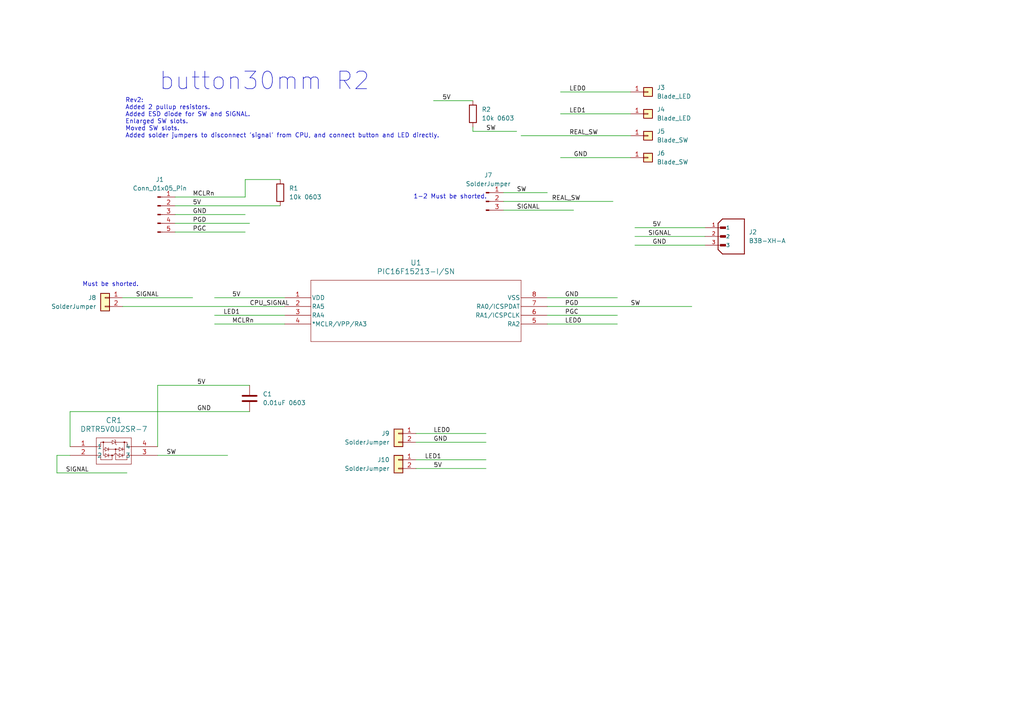
<source format=kicad_sch>
(kicad_sch
	(version 20250114)
	(generator "eeschema")
	(generator_version "9.0")
	(uuid "7e1e22d5-4451-485a-900e-e6bec9231582")
	(paper "A4")
	(lib_symbols
		(symbol "2025-06-15_02-33-18:PIC16F15213-I_SN"
			(pin_names
				(offset 0.254)
			)
			(exclude_from_sim no)
			(in_bom yes)
			(on_board yes)
			(property "Reference" "U"
				(at 38.1 10.16 0)
				(effects
					(font
						(size 1.524 1.524)
					)
				)
			)
			(property "Value" "PIC16F15213-I/SN"
				(at 38.1 7.62 0)
				(effects
					(font
						(size 1.524 1.524)
					)
				)
			)
			(property "Footprint" "SOIC8_SN_MCH"
				(at 0 0 0)
				(effects
					(font
						(size 1.27 1.27)
						(italic yes)
					)
					(hide yes)
				)
			)
			(property "Datasheet" "PIC16F15213-I/SN"
				(at 0 0 0)
				(effects
					(font
						(size 1.27 1.27)
						(italic yes)
					)
					(hide yes)
				)
			)
			(property "Description" ""
				(at 0 0 0)
				(effects
					(font
						(size 1.27 1.27)
					)
					(hide yes)
				)
			)
			(property "ki_locked" ""
				(at 0 0 0)
				(effects
					(font
						(size 1.27 1.27)
					)
				)
			)
			(property "ki_keywords" "PIC16F15213-I/SN"
				(at 0 0 0)
				(effects
					(font
						(size 1.27 1.27)
					)
					(hide yes)
				)
			)
			(property "ki_fp_filters" "SOIC8_SN_MCH SOIC8_SN_MCH-M SOIC8_SN_MCH-L"
				(at 0 0 0)
				(effects
					(font
						(size 1.27 1.27)
					)
					(hide yes)
				)
			)
			(symbol "PIC16F15213-I_SN_0_1"
				(polyline
					(pts
						(xy 7.62 5.08) (xy 7.62 -12.7)
					)
					(stroke
						(width 0.127)
						(type default)
					)
					(fill
						(type none)
					)
				)
				(polyline
					(pts
						(xy 7.62 -12.7) (xy 68.58 -12.7)
					)
					(stroke
						(width 0.127)
						(type default)
					)
					(fill
						(type none)
					)
				)
				(polyline
					(pts
						(xy 68.58 5.08) (xy 7.62 5.08)
					)
					(stroke
						(width 0.127)
						(type default)
					)
					(fill
						(type none)
					)
				)
				(polyline
					(pts
						(xy 68.58 -12.7) (xy 68.58 5.08)
					)
					(stroke
						(width 0.127)
						(type default)
					)
					(fill
						(type none)
					)
				)
				(pin power_in line
					(at 0 0 0)
					(length 7.62)
					(name "VDD"
						(effects
							(font
								(size 1.27 1.27)
							)
						)
					)
					(number "1"
						(effects
							(font
								(size 1.27 1.27)
							)
						)
					)
				)
				(pin bidirectional line
					(at 0 -2.54 0)
					(length 7.62)
					(name "RA5"
						(effects
							(font
								(size 1.27 1.27)
							)
						)
					)
					(number "2"
						(effects
							(font
								(size 1.27 1.27)
							)
						)
					)
				)
				(pin bidirectional line
					(at 0 -5.08 0)
					(length 7.62)
					(name "RA4"
						(effects
							(font
								(size 1.27 1.27)
							)
						)
					)
					(number "3"
						(effects
							(font
								(size 1.27 1.27)
							)
						)
					)
				)
				(pin bidirectional line
					(at 0 -7.62 0)
					(length 7.62)
					(name "*MCLR/VPP/RA3"
						(effects
							(font
								(size 1.27 1.27)
							)
						)
					)
					(number "4"
						(effects
							(font
								(size 1.27 1.27)
							)
						)
					)
				)
				(pin power_out line
					(at 76.2 0 180)
					(length 7.62)
					(name "VSS"
						(effects
							(font
								(size 1.27 1.27)
							)
						)
					)
					(number "8"
						(effects
							(font
								(size 1.27 1.27)
							)
						)
					)
				)
				(pin bidirectional line
					(at 76.2 -2.54 180)
					(length 7.62)
					(name "RA0/ICSPDAT"
						(effects
							(font
								(size 1.27 1.27)
							)
						)
					)
					(number "7"
						(effects
							(font
								(size 1.27 1.27)
							)
						)
					)
				)
				(pin bidirectional line
					(at 76.2 -5.08 180)
					(length 7.62)
					(name "RA1/ICSPCLK"
						(effects
							(font
								(size 1.27 1.27)
							)
						)
					)
					(number "6"
						(effects
							(font
								(size 1.27 1.27)
							)
						)
					)
				)
				(pin bidirectional line
					(at 76.2 -7.62 180)
					(length 7.62)
					(name "RA2"
						(effects
							(font
								(size 1.27 1.27)
							)
						)
					)
					(number "5"
						(effects
							(font
								(size 1.27 1.27)
							)
						)
					)
				)
			)
			(embedded_fonts no)
		)
		(symbol "2025-06-20_23-16-29:DRTR5V0U2SR-7"
			(pin_names
				(offset 0.254)
			)
			(exclude_from_sim no)
			(in_bom yes)
			(on_board yes)
			(property "Reference" "CR"
				(at 12.7 7.62 0)
				(effects
					(font
						(size 1.524 1.524)
					)
				)
			)
			(property "Value" "DRTR5V0U2SR-7"
				(at 12.7 5.08 0)
				(effects
					(font
						(size 1.524 1.524)
					)
				)
			)
			(property "Footprint" "SOT143_DIO"
				(at 0 0 0)
				(effects
					(font
						(size 1.27 1.27)
						(italic yes)
					)
					(hide yes)
				)
			)
			(property "Datasheet" "DRTR5V0U2SR-7"
				(at 0 0 0)
				(effects
					(font
						(size 1.27 1.27)
						(italic yes)
					)
					(hide yes)
				)
			)
			(property "Description" ""
				(at 0 0 0)
				(effects
					(font
						(size 1.27 1.27)
					)
					(hide yes)
				)
			)
			(property "ki_locked" ""
				(at 0 0 0)
				(effects
					(font
						(size 1.27 1.27)
					)
				)
			)
			(property "ki_keywords" "DRTR5V0U2SR-7"
				(at 0 0 0)
				(effects
					(font
						(size 1.27 1.27)
					)
					(hide yes)
				)
			)
			(property "ki_fp_filters" "SOT143_DIO SOT143_DIO-M SOT143_DIO-L"
				(at 0 0 0)
				(effects
					(font
						(size 1.27 1.27)
					)
					(hide yes)
				)
			)
			(symbol "DRTR5V0U2SR-7_0_1"
				(polyline
					(pts
						(xy 7.62 2.54) (xy 7.62 -5.08)
					)
					(stroke
						(width 0.127)
						(type default)
					)
					(fill
						(type none)
					)
				)
				(polyline
					(pts
						(xy 7.62 0) (xy 8.89 0)
					)
					(stroke
						(width 0.127)
						(type default)
					)
					(fill
						(type none)
					)
				)
				(polyline
					(pts
						(xy 7.62 -2.54) (xy 8.89 -2.54)
					)
					(stroke
						(width 0.127)
						(type default)
					)
					(fill
						(type none)
					)
				)
				(polyline
					(pts
						(xy 7.62 -5.08) (xy 17.78 -5.08)
					)
					(stroke
						(width 0.127)
						(type default)
					)
					(fill
						(type none)
					)
				)
				(polyline
					(pts
						(xy 8.89 0) (xy 8.89 1.27)
					)
					(stroke
						(width 0.127)
						(type default)
					)
					(fill
						(type none)
					)
				)
				(polyline
					(pts
						(xy 8.89 -2.54) (xy 8.89 -3.81)
					)
					(stroke
						(width 0.127)
						(type default)
					)
					(fill
						(type none)
					)
				)
				(polyline
					(pts
						(xy 8.89 -3.81) (xy 12.192 -3.81)
					)
					(stroke
						(width 0.127)
						(type default)
					)
					(fill
						(type none)
					)
				)
				(polyline
					(pts
						(xy 9.652 1.27) (xy 9.652 -2.54)
					)
					(stroke
						(width 0.127)
						(type default)
					)
					(fill
						(type none)
					)
				)
				(circle
					(center 9.652 1.27)
					(radius 0.127)
					(stroke
						(width 0.254)
						(type default)
					)
					(fill
						(type none)
					)
				)
				(polyline
					(pts
						(xy 9.652 -0.762) (xy 10.16 -0.762)
					)
					(stroke
						(width 0.127)
						(type default)
					)
					(fill
						(type none)
					)
				)
				(polyline
					(pts
						(xy 9.652 -2.54) (xy 10.16 -2.54)
					)
					(stroke
						(width 0.127)
						(type default)
					)
					(fill
						(type none)
					)
				)
				(polyline
					(pts
						(xy 10.16 -0.254) (xy 10.16 -1.27)
					)
					(stroke
						(width 0.127)
						(type default)
					)
					(fill
						(type none)
					)
				)
				(polyline
					(pts
						(xy 10.16 -1.27) (xy 11.176 -0.762)
					)
					(stroke
						(width 0.127)
						(type default)
					)
					(fill
						(type none)
					)
				)
				(polyline
					(pts
						(xy 10.16 -2.032) (xy 10.16 -3.048)
					)
					(stroke
						(width 0.127)
						(type default)
					)
					(fill
						(type none)
					)
				)
				(polyline
					(pts
						(xy 10.16 -3.048) (xy 11.176 -2.54)
					)
					(stroke
						(width 0.127)
						(type default)
					)
					(fill
						(type none)
					)
				)
				(polyline
					(pts
						(xy 11.176 -0.254) (xy 11.176 -1.27)
					)
					(stroke
						(width 0.127)
						(type default)
					)
					(fill
						(type none)
					)
				)
				(polyline
					(pts
						(xy 11.176 -0.762) (xy 10.16 -0.254)
					)
					(stroke
						(width 0.127)
						(type default)
					)
					(fill
						(type none)
					)
				)
				(polyline
					(pts
						(xy 11.176 -0.762) (xy 14.224 -0.762)
					)
					(stroke
						(width 0.127)
						(type default)
					)
					(fill
						(type none)
					)
				)
				(polyline
					(pts
						(xy 11.176 -2.032) (xy 11.176 -3.048)
					)
					(stroke
						(width 0.127)
						(type default)
					)
					(fill
						(type none)
					)
				)
				(polyline
					(pts
						(xy 11.176 -2.54) (xy 10.16 -2.032)
					)
					(stroke
						(width 0.127)
						(type default)
					)
					(fill
						(type none)
					)
				)
				(polyline
					(pts
						(xy 11.176 -2.54) (xy 12.7 -2.54)
					)
					(stroke
						(width 0.127)
						(type default)
					)
					(fill
						(type none)
					)
				)
				(polyline
					(pts
						(xy 12.192 1.778) (xy 12.192 0.762)
					)
					(stroke
						(width 0.127)
						(type default)
					)
					(fill
						(type none)
					)
				)
				(polyline
					(pts
						(xy 12.192 1.27) (xy 8.89 1.27)
					)
					(stroke
						(width 0.127)
						(type default)
					)
					(fill
						(type none)
					)
				)
				(polyline
					(pts
						(xy 12.192 0.762) (xy 13.208 1.27)
					)
					(stroke
						(width 0.127)
						(type default)
					)
					(fill
						(type none)
					)
				)
				(polyline
					(pts
						(xy 12.192 -2.54) (xy 12.192 -3.81)
					)
					(stroke
						(width 0.127)
						(type default)
					)
					(fill
						(type none)
					)
				)
				(circle
					(center 12.192 -2.54)
					(radius 0.127)
					(stroke
						(width 0.254)
						(type default)
					)
					(fill
						(type none)
					)
				)
				(polyline
					(pts
						(xy 13.208 1.778) (xy 12.954 2.032)
					)
					(stroke
						(width 0.127)
						(type default)
					)
					(fill
						(type none)
					)
				)
				(polyline
					(pts
						(xy 13.208 1.778) (xy 13.208 0.762)
					)
					(stroke
						(width 0.127)
						(type default)
					)
					(fill
						(type none)
					)
				)
				(polyline
					(pts
						(xy 13.208 1.27) (xy 12.192 1.778)
					)
					(stroke
						(width 0.127)
						(type default)
					)
					(fill
						(type none)
					)
				)
				(polyline
					(pts
						(xy 13.208 1.27) (xy 16.51 1.27)
					)
					(stroke
						(width 0.127)
						(type default)
					)
					(fill
						(type none)
					)
				)
				(polyline
					(pts
						(xy 13.208 0.762) (xy 13.462 0.508)
					)
					(stroke
						(width 0.127)
						(type default)
					)
					(fill
						(type none)
					)
				)
				(polyline
					(pts
						(xy 13.208 -0.762) (xy 13.208 -3.81)
					)
					(stroke
						(width 0.127)
						(type default)
					)
					(fill
						(type none)
					)
				)
				(circle
					(center 13.208 -0.762)
					(radius 0.127)
					(stroke
						(width 0.254)
						(type default)
					)
					(fill
						(type none)
					)
				)
				(arc
					(start 12.7 -2.54)
					(mid 13.208 -2.0342)
					(end 13.716 -2.54)
					(stroke
						(width 0.127)
						(type default)
					)
					(fill
						(type none)
					)
				)
				(polyline
					(pts
						(xy 13.208 -3.81) (xy 16.51 -3.81)
					)
					(stroke
						(width 0.127)
						(type default)
					)
					(fill
						(type none)
					)
				)
				(polyline
					(pts
						(xy 13.716 -2.54) (xy 14.224 -2.54)
					)
					(stroke
						(width 0.127)
						(type default)
					)
					(fill
						(type none)
					)
				)
				(polyline
					(pts
						(xy 14.224 -0.254) (xy 14.224 -1.27)
					)
					(stroke
						(width 0.127)
						(type default)
					)
					(fill
						(type none)
					)
				)
				(polyline
					(pts
						(xy 14.224 -1.27) (xy 15.24 -0.762)
					)
					(stroke
						(width 0.127)
						(type default)
					)
					(fill
						(type none)
					)
				)
				(polyline
					(pts
						(xy 14.224 -2.032) (xy 14.224 -3.048)
					)
					(stroke
						(width 0.127)
						(type default)
					)
					(fill
						(type none)
					)
				)
				(polyline
					(pts
						(xy 14.224 -3.048) (xy 15.24 -2.54)
					)
					(stroke
						(width 0.127)
						(type default)
					)
					(fill
						(type none)
					)
				)
				(polyline
					(pts
						(xy 15.24 -0.254) (xy 15.24 -1.27)
					)
					(stroke
						(width 0.127)
						(type default)
					)
					(fill
						(type none)
					)
				)
				(polyline
					(pts
						(xy 15.24 -0.762) (xy 14.224 -0.254)
					)
					(stroke
						(width 0.127)
						(type default)
					)
					(fill
						(type none)
					)
				)
				(polyline
					(pts
						(xy 15.24 -0.762) (xy 15.748 -0.762)
					)
					(stroke
						(width 0.127)
						(type default)
					)
					(fill
						(type none)
					)
				)
				(polyline
					(pts
						(xy 15.24 -2.032) (xy 15.24 -3.048)
					)
					(stroke
						(width 0.127)
						(type default)
					)
					(fill
						(type none)
					)
				)
				(polyline
					(pts
						(xy 15.24 -2.54) (xy 14.224 -2.032)
					)
					(stroke
						(width 0.127)
						(type default)
					)
					(fill
						(type none)
					)
				)
				(polyline
					(pts
						(xy 15.24 -2.54) (xy 15.748 -2.54)
					)
					(stroke
						(width 0.127)
						(type default)
					)
					(fill
						(type none)
					)
				)
				(circle
					(center 15.748 1.27)
					(radius 0.127)
					(stroke
						(width 0.254)
						(type default)
					)
					(fill
						(type none)
					)
				)
				(polyline
					(pts
						(xy 15.748 -2.54) (xy 15.748 1.27)
					)
					(stroke
						(width 0.127)
						(type default)
					)
					(fill
						(type none)
					)
				)
				(polyline
					(pts
						(xy 16.51 0) (xy 16.51 1.27)
					)
					(stroke
						(width 0.127)
						(type default)
					)
					(fill
						(type none)
					)
				)
				(polyline
					(pts
						(xy 16.51 -2.54) (xy 16.51 -3.81)
					)
					(stroke
						(width 0.127)
						(type default)
					)
					(fill
						(type none)
					)
				)
				(polyline
					(pts
						(xy 17.78 2.54) (xy 7.62 2.54)
					)
					(stroke
						(width 0.127)
						(type default)
					)
					(fill
						(type none)
					)
				)
				(polyline
					(pts
						(xy 17.78 0) (xy 16.51 0)
					)
					(stroke
						(width 0.127)
						(type default)
					)
					(fill
						(type none)
					)
				)
				(polyline
					(pts
						(xy 17.78 -2.54) (xy 16.51 -2.54)
					)
					(stroke
						(width 0.127)
						(type default)
					)
					(fill
						(type none)
					)
				)
				(polyline
					(pts
						(xy 17.78 -5.08) (xy 17.78 2.54)
					)
					(stroke
						(width 0.127)
						(type default)
					)
					(fill
						(type none)
					)
				)
				(pin unspecified line
					(at 0 0 0)
					(length 7.62)
					(name "1"
						(effects
							(font
								(size 1.27 1.27)
							)
						)
					)
					(number "1"
						(effects
							(font
								(size 1.27 1.27)
							)
						)
					)
				)
				(pin unspecified line
					(at 0 -2.54 0)
					(length 7.62)
					(name "2"
						(effects
							(font
								(size 1.27 1.27)
							)
						)
					)
					(number "2"
						(effects
							(font
								(size 1.27 1.27)
							)
						)
					)
				)
				(pin unspecified line
					(at 25.4 0 180)
					(length 7.62)
					(name "4"
						(effects
							(font
								(size 1.27 1.27)
							)
						)
					)
					(number "4"
						(effects
							(font
								(size 1.27 1.27)
							)
						)
					)
				)
				(pin unspecified line
					(at 25.4 -2.54 180)
					(length 7.62)
					(name "3"
						(effects
							(font
								(size 1.27 1.27)
							)
						)
					)
					(number "3"
						(effects
							(font
								(size 1.27 1.27)
							)
						)
					)
				)
			)
			(embedded_fonts no)
		)
		(symbol "B3B-XH-A:B3B-XH-A"
			(pin_names
				(offset 1.016)
			)
			(exclude_from_sim no)
			(in_bom yes)
			(on_board yes)
			(property "Reference" "J"
				(at -2.54 6.35 0)
				(effects
					(font
						(size 1.27 1.27)
					)
					(justify left bottom)
				)
			)
			(property "Value" "B3B-XH-A"
				(at -2.54 -7.62 0)
				(effects
					(font
						(size 1.27 1.27)
					)
					(justify left bottom)
				)
			)
			(property "Footprint" "B3B-XH-A:JST_B3B-XH-A"
				(at 0 0 0)
				(effects
					(font
						(size 1.27 1.27)
					)
					(justify bottom)
					(hide yes)
				)
			)
			(property "Datasheet" ""
				(at 0 0 0)
				(effects
					(font
						(size 1.27 1.27)
					)
					(hide yes)
				)
			)
			(property "Description" ""
				(at 0 0 0)
				(effects
					(font
						(size 1.27 1.27)
					)
					(hide yes)
				)
			)
			(property "PARTREV" "7/4/21"
				(at 0 0 0)
				(effects
					(font
						(size 1.27 1.27)
					)
					(justify bottom)
					(hide yes)
				)
			)
			(property "STANDARD" "Manufacturer Recommendations"
				(at 0 0 0)
				(effects
					(font
						(size 1.27 1.27)
					)
					(justify bottom)
					(hide yes)
				)
			)
			(property "MAXIMUM_PACKAGE_HEIGHT" "7.00 mm"
				(at 0 0 0)
				(effects
					(font
						(size 1.27 1.27)
					)
					(justify bottom)
					(hide yes)
				)
			)
			(property "MANUFACTURER" "JST Sales America Inc."
				(at 0 0 0)
				(effects
					(font
						(size 1.27 1.27)
					)
					(justify bottom)
					(hide yes)
				)
			)
			(symbol "B3B-XH-A_0_0"
				(polyline
					(pts
						(xy -3.81 3.81) (xy -3.81 -3.81)
					)
					(stroke
						(width 0.254)
						(type default)
					)
					(fill
						(type none)
					)
				)
				(polyline
					(pts
						(xy -3.81 3.81) (xy -2.54 5.08)
					)
					(stroke
						(width 0.254)
						(type default)
					)
					(fill
						(type none)
					)
				)
				(polyline
					(pts
						(xy -3.81 -3.81) (xy -2.54 -5.08)
					)
					(stroke
						(width 0.254)
						(type default)
					)
					(fill
						(type none)
					)
				)
				(rectangle
					(start -3.175 2.2225)
					(end -1.5875 2.8575)
					(stroke
						(width 0.1)
						(type default)
					)
					(fill
						(type outline)
					)
				)
				(rectangle
					(start -3.175 -0.3175)
					(end -1.5875 0.3175)
					(stroke
						(width 0.1)
						(type default)
					)
					(fill
						(type outline)
					)
				)
				(rectangle
					(start -3.175 -2.8575)
					(end -1.5875 -2.2225)
					(stroke
						(width 0.1)
						(type default)
					)
					(fill
						(type outline)
					)
				)
				(polyline
					(pts
						(xy -2.54 -5.08) (xy 3.81 -5.08)
					)
					(stroke
						(width 0.254)
						(type default)
					)
					(fill
						(type none)
					)
				)
				(polyline
					(pts
						(xy 3.81 5.08) (xy -2.54 5.08)
					)
					(stroke
						(width 0.254)
						(type default)
					)
					(fill
						(type none)
					)
				)
				(polyline
					(pts
						(xy 3.81 -5.08) (xy 3.81 5.08)
					)
					(stroke
						(width 0.254)
						(type default)
					)
					(fill
						(type none)
					)
				)
				(pin passive line
					(at -7.62 2.54 0)
					(length 5.08)
					(name "1"
						(effects
							(font
								(size 1.016 1.016)
							)
						)
					)
					(number "1"
						(effects
							(font
								(size 1.016 1.016)
							)
						)
					)
				)
				(pin passive line
					(at -7.62 0 0)
					(length 5.08)
					(name "2"
						(effects
							(font
								(size 1.016 1.016)
							)
						)
					)
					(number "2"
						(effects
							(font
								(size 1.016 1.016)
							)
						)
					)
				)
				(pin passive line
					(at -7.62 -2.54 0)
					(length 5.08)
					(name "3"
						(effects
							(font
								(size 1.016 1.016)
							)
						)
					)
					(number "3"
						(effects
							(font
								(size 1.016 1.016)
							)
						)
					)
				)
			)
			(embedded_fonts no)
		)
		(symbol "Connector:Conn_01x03_Pin"
			(pin_names
				(offset 1.016)
				(hide yes)
			)
			(exclude_from_sim no)
			(in_bom yes)
			(on_board yes)
			(property "Reference" "J"
				(at 0 5.08 0)
				(effects
					(font
						(size 1.27 1.27)
					)
				)
			)
			(property "Value" "Conn_01x03_Pin"
				(at 0 -5.08 0)
				(effects
					(font
						(size 1.27 1.27)
					)
				)
			)
			(property "Footprint" ""
				(at 0 0 0)
				(effects
					(font
						(size 1.27 1.27)
					)
					(hide yes)
				)
			)
			(property "Datasheet" "~"
				(at 0 0 0)
				(effects
					(font
						(size 1.27 1.27)
					)
					(hide yes)
				)
			)
			(property "Description" "Generic connector, single row, 01x03, script generated"
				(at 0 0 0)
				(effects
					(font
						(size 1.27 1.27)
					)
					(hide yes)
				)
			)
			(property "ki_locked" ""
				(at 0 0 0)
				(effects
					(font
						(size 1.27 1.27)
					)
				)
			)
			(property "ki_keywords" "connector"
				(at 0 0 0)
				(effects
					(font
						(size 1.27 1.27)
					)
					(hide yes)
				)
			)
			(property "ki_fp_filters" "Connector*:*_1x??_*"
				(at 0 0 0)
				(effects
					(font
						(size 1.27 1.27)
					)
					(hide yes)
				)
			)
			(symbol "Conn_01x03_Pin_1_1"
				(rectangle
					(start 0.8636 2.667)
					(end 0 2.413)
					(stroke
						(width 0.1524)
						(type default)
					)
					(fill
						(type outline)
					)
				)
				(rectangle
					(start 0.8636 0.127)
					(end 0 -0.127)
					(stroke
						(width 0.1524)
						(type default)
					)
					(fill
						(type outline)
					)
				)
				(rectangle
					(start 0.8636 -2.413)
					(end 0 -2.667)
					(stroke
						(width 0.1524)
						(type default)
					)
					(fill
						(type outline)
					)
				)
				(polyline
					(pts
						(xy 1.27 2.54) (xy 0.8636 2.54)
					)
					(stroke
						(width 0.1524)
						(type default)
					)
					(fill
						(type none)
					)
				)
				(polyline
					(pts
						(xy 1.27 0) (xy 0.8636 0)
					)
					(stroke
						(width 0.1524)
						(type default)
					)
					(fill
						(type none)
					)
				)
				(polyline
					(pts
						(xy 1.27 -2.54) (xy 0.8636 -2.54)
					)
					(stroke
						(width 0.1524)
						(type default)
					)
					(fill
						(type none)
					)
				)
				(pin passive line
					(at 5.08 2.54 180)
					(length 3.81)
					(name "Pin_1"
						(effects
							(font
								(size 1.27 1.27)
							)
						)
					)
					(number "1"
						(effects
							(font
								(size 1.27 1.27)
							)
						)
					)
				)
				(pin passive line
					(at 5.08 0 180)
					(length 3.81)
					(name "Pin_2"
						(effects
							(font
								(size 1.27 1.27)
							)
						)
					)
					(number "2"
						(effects
							(font
								(size 1.27 1.27)
							)
						)
					)
				)
				(pin passive line
					(at 5.08 -2.54 180)
					(length 3.81)
					(name "Pin_3"
						(effects
							(font
								(size 1.27 1.27)
							)
						)
					)
					(number "3"
						(effects
							(font
								(size 1.27 1.27)
							)
						)
					)
				)
			)
			(embedded_fonts no)
		)
		(symbol "Connector:Conn_01x05_Pin"
			(pin_names
				(offset 1.016)
				(hide yes)
			)
			(exclude_from_sim no)
			(in_bom yes)
			(on_board yes)
			(property "Reference" "J"
				(at 0 7.62 0)
				(effects
					(font
						(size 1.27 1.27)
					)
				)
			)
			(property "Value" "Conn_01x05_Pin"
				(at 0 -7.62 0)
				(effects
					(font
						(size 1.27 1.27)
					)
				)
			)
			(property "Footprint" ""
				(at 0 0 0)
				(effects
					(font
						(size 1.27 1.27)
					)
					(hide yes)
				)
			)
			(property "Datasheet" "~"
				(at 0 0 0)
				(effects
					(font
						(size 1.27 1.27)
					)
					(hide yes)
				)
			)
			(property "Description" "Generic connector, single row, 01x05, script generated"
				(at 0 0 0)
				(effects
					(font
						(size 1.27 1.27)
					)
					(hide yes)
				)
			)
			(property "ki_locked" ""
				(at 0 0 0)
				(effects
					(font
						(size 1.27 1.27)
					)
				)
			)
			(property "ki_keywords" "connector"
				(at 0 0 0)
				(effects
					(font
						(size 1.27 1.27)
					)
					(hide yes)
				)
			)
			(property "ki_fp_filters" "Connector*:*_1x??_*"
				(at 0 0 0)
				(effects
					(font
						(size 1.27 1.27)
					)
					(hide yes)
				)
			)
			(symbol "Conn_01x05_Pin_1_1"
				(rectangle
					(start 0.8636 5.207)
					(end 0 4.953)
					(stroke
						(width 0.1524)
						(type default)
					)
					(fill
						(type outline)
					)
				)
				(rectangle
					(start 0.8636 2.667)
					(end 0 2.413)
					(stroke
						(width 0.1524)
						(type default)
					)
					(fill
						(type outline)
					)
				)
				(rectangle
					(start 0.8636 0.127)
					(end 0 -0.127)
					(stroke
						(width 0.1524)
						(type default)
					)
					(fill
						(type outline)
					)
				)
				(rectangle
					(start 0.8636 -2.413)
					(end 0 -2.667)
					(stroke
						(width 0.1524)
						(type default)
					)
					(fill
						(type outline)
					)
				)
				(rectangle
					(start 0.8636 -4.953)
					(end 0 -5.207)
					(stroke
						(width 0.1524)
						(type default)
					)
					(fill
						(type outline)
					)
				)
				(polyline
					(pts
						(xy 1.27 5.08) (xy 0.8636 5.08)
					)
					(stroke
						(width 0.1524)
						(type default)
					)
					(fill
						(type none)
					)
				)
				(polyline
					(pts
						(xy 1.27 2.54) (xy 0.8636 2.54)
					)
					(stroke
						(width 0.1524)
						(type default)
					)
					(fill
						(type none)
					)
				)
				(polyline
					(pts
						(xy 1.27 0) (xy 0.8636 0)
					)
					(stroke
						(width 0.1524)
						(type default)
					)
					(fill
						(type none)
					)
				)
				(polyline
					(pts
						(xy 1.27 -2.54) (xy 0.8636 -2.54)
					)
					(stroke
						(width 0.1524)
						(type default)
					)
					(fill
						(type none)
					)
				)
				(polyline
					(pts
						(xy 1.27 -5.08) (xy 0.8636 -5.08)
					)
					(stroke
						(width 0.1524)
						(type default)
					)
					(fill
						(type none)
					)
				)
				(pin passive line
					(at 5.08 5.08 180)
					(length 3.81)
					(name "Pin_1"
						(effects
							(font
								(size 1.27 1.27)
							)
						)
					)
					(number "1"
						(effects
							(font
								(size 1.27 1.27)
							)
						)
					)
				)
				(pin passive line
					(at 5.08 2.54 180)
					(length 3.81)
					(name "Pin_2"
						(effects
							(font
								(size 1.27 1.27)
							)
						)
					)
					(number "2"
						(effects
							(font
								(size 1.27 1.27)
							)
						)
					)
				)
				(pin passive line
					(at 5.08 0 180)
					(length 3.81)
					(name "Pin_3"
						(effects
							(font
								(size 1.27 1.27)
							)
						)
					)
					(number "3"
						(effects
							(font
								(size 1.27 1.27)
							)
						)
					)
				)
				(pin passive line
					(at 5.08 -2.54 180)
					(length 3.81)
					(name "Pin_4"
						(effects
							(font
								(size 1.27 1.27)
							)
						)
					)
					(number "4"
						(effects
							(font
								(size 1.27 1.27)
							)
						)
					)
				)
				(pin passive line
					(at 5.08 -5.08 180)
					(length 3.81)
					(name "Pin_5"
						(effects
							(font
								(size 1.27 1.27)
							)
						)
					)
					(number "5"
						(effects
							(font
								(size 1.27 1.27)
							)
						)
					)
				)
			)
			(embedded_fonts no)
		)
		(symbol "Connector_Generic:Conn_01x01"
			(pin_names
				(offset 1.016)
				(hide yes)
			)
			(exclude_from_sim no)
			(in_bom yes)
			(on_board yes)
			(property "Reference" "J"
				(at 0 2.54 0)
				(effects
					(font
						(size 1.27 1.27)
					)
				)
			)
			(property "Value" "Conn_01x01"
				(at 0 -2.54 0)
				(effects
					(font
						(size 1.27 1.27)
					)
				)
			)
			(property "Footprint" ""
				(at 0 0 0)
				(effects
					(font
						(size 1.27 1.27)
					)
					(hide yes)
				)
			)
			(property "Datasheet" "~"
				(at 0 0 0)
				(effects
					(font
						(size 1.27 1.27)
					)
					(hide yes)
				)
			)
			(property "Description" "Generic connector, single row, 01x01, script generated (kicad-library-utils/schlib/autogen/connector/)"
				(at 0 0 0)
				(effects
					(font
						(size 1.27 1.27)
					)
					(hide yes)
				)
			)
			(property "ki_keywords" "connector"
				(at 0 0 0)
				(effects
					(font
						(size 1.27 1.27)
					)
					(hide yes)
				)
			)
			(property "ki_fp_filters" "Connector*:*_1x??_*"
				(at 0 0 0)
				(effects
					(font
						(size 1.27 1.27)
					)
					(hide yes)
				)
			)
			(symbol "Conn_01x01_1_1"
				(rectangle
					(start -1.27 1.27)
					(end 1.27 -1.27)
					(stroke
						(width 0.254)
						(type default)
					)
					(fill
						(type background)
					)
				)
				(rectangle
					(start -1.27 0.127)
					(end 0 -0.127)
					(stroke
						(width 0.1524)
						(type default)
					)
					(fill
						(type none)
					)
				)
				(pin passive line
					(at -5.08 0 0)
					(length 3.81)
					(name "Pin_1"
						(effects
							(font
								(size 1.27 1.27)
							)
						)
					)
					(number "1"
						(effects
							(font
								(size 1.27 1.27)
							)
						)
					)
				)
			)
			(embedded_fonts no)
		)
		(symbol "Connector_Generic:Conn_01x02"
			(pin_names
				(offset 1.016)
				(hide yes)
			)
			(exclude_from_sim no)
			(in_bom yes)
			(on_board yes)
			(property "Reference" "J"
				(at 0 2.54 0)
				(effects
					(font
						(size 1.27 1.27)
					)
				)
			)
			(property "Value" "Conn_01x02"
				(at 0 -5.08 0)
				(effects
					(font
						(size 1.27 1.27)
					)
				)
			)
			(property "Footprint" ""
				(at 0 0 0)
				(effects
					(font
						(size 1.27 1.27)
					)
					(hide yes)
				)
			)
			(property "Datasheet" "~"
				(at 0 0 0)
				(effects
					(font
						(size 1.27 1.27)
					)
					(hide yes)
				)
			)
			(property "Description" "Generic connector, single row, 01x02, script generated (kicad-library-utils/schlib/autogen/connector/)"
				(at 0 0 0)
				(effects
					(font
						(size 1.27 1.27)
					)
					(hide yes)
				)
			)
			(property "ki_keywords" "connector"
				(at 0 0 0)
				(effects
					(font
						(size 1.27 1.27)
					)
					(hide yes)
				)
			)
			(property "ki_fp_filters" "Connector*:*_1x??_*"
				(at 0 0 0)
				(effects
					(font
						(size 1.27 1.27)
					)
					(hide yes)
				)
			)
			(symbol "Conn_01x02_1_1"
				(rectangle
					(start -1.27 1.27)
					(end 1.27 -3.81)
					(stroke
						(width 0.254)
						(type default)
					)
					(fill
						(type background)
					)
				)
				(rectangle
					(start -1.27 0.127)
					(end 0 -0.127)
					(stroke
						(width 0.1524)
						(type default)
					)
					(fill
						(type none)
					)
				)
				(rectangle
					(start -1.27 -2.413)
					(end 0 -2.667)
					(stroke
						(width 0.1524)
						(type default)
					)
					(fill
						(type none)
					)
				)
				(pin passive line
					(at -5.08 0 0)
					(length 3.81)
					(name "Pin_1"
						(effects
							(font
								(size 1.27 1.27)
							)
						)
					)
					(number "1"
						(effects
							(font
								(size 1.27 1.27)
							)
						)
					)
				)
				(pin passive line
					(at -5.08 -2.54 0)
					(length 3.81)
					(name "Pin_2"
						(effects
							(font
								(size 1.27 1.27)
							)
						)
					)
					(number "2"
						(effects
							(font
								(size 1.27 1.27)
							)
						)
					)
				)
			)
			(embedded_fonts no)
		)
		(symbol "Device:C"
			(pin_numbers
				(hide yes)
			)
			(pin_names
				(offset 0.254)
			)
			(exclude_from_sim no)
			(in_bom yes)
			(on_board yes)
			(property "Reference" "C"
				(at 0.635 2.54 0)
				(effects
					(font
						(size 1.27 1.27)
					)
					(justify left)
				)
			)
			(property "Value" "C"
				(at 0.635 -2.54 0)
				(effects
					(font
						(size 1.27 1.27)
					)
					(justify left)
				)
			)
			(property "Footprint" ""
				(at 0.9652 -3.81 0)
				(effects
					(font
						(size 1.27 1.27)
					)
					(hide yes)
				)
			)
			(property "Datasheet" "~"
				(at 0 0 0)
				(effects
					(font
						(size 1.27 1.27)
					)
					(hide yes)
				)
			)
			(property "Description" "Unpolarized capacitor"
				(at 0 0 0)
				(effects
					(font
						(size 1.27 1.27)
					)
					(hide yes)
				)
			)
			(property "ki_keywords" "cap capacitor"
				(at 0 0 0)
				(effects
					(font
						(size 1.27 1.27)
					)
					(hide yes)
				)
			)
			(property "ki_fp_filters" "C_*"
				(at 0 0 0)
				(effects
					(font
						(size 1.27 1.27)
					)
					(hide yes)
				)
			)
			(symbol "C_0_1"
				(polyline
					(pts
						(xy -2.032 0.762) (xy 2.032 0.762)
					)
					(stroke
						(width 0.508)
						(type default)
					)
					(fill
						(type none)
					)
				)
				(polyline
					(pts
						(xy -2.032 -0.762) (xy 2.032 -0.762)
					)
					(stroke
						(width 0.508)
						(type default)
					)
					(fill
						(type none)
					)
				)
			)
			(symbol "C_1_1"
				(pin passive line
					(at 0 3.81 270)
					(length 2.794)
					(name "~"
						(effects
							(font
								(size 1.27 1.27)
							)
						)
					)
					(number "1"
						(effects
							(font
								(size 1.27 1.27)
							)
						)
					)
				)
				(pin passive line
					(at 0 -3.81 90)
					(length 2.794)
					(name "~"
						(effects
							(font
								(size 1.27 1.27)
							)
						)
					)
					(number "2"
						(effects
							(font
								(size 1.27 1.27)
							)
						)
					)
				)
			)
			(embedded_fonts no)
		)
		(symbol "Device:R"
			(pin_numbers
				(hide yes)
			)
			(pin_names
				(offset 0)
			)
			(exclude_from_sim no)
			(in_bom yes)
			(on_board yes)
			(property "Reference" "R"
				(at 2.032 0 90)
				(effects
					(font
						(size 1.27 1.27)
					)
				)
			)
			(property "Value" "R"
				(at 0 0 90)
				(effects
					(font
						(size 1.27 1.27)
					)
				)
			)
			(property "Footprint" ""
				(at -1.778 0 90)
				(effects
					(font
						(size 1.27 1.27)
					)
					(hide yes)
				)
			)
			(property "Datasheet" "~"
				(at 0 0 0)
				(effects
					(font
						(size 1.27 1.27)
					)
					(hide yes)
				)
			)
			(property "Description" "Resistor"
				(at 0 0 0)
				(effects
					(font
						(size 1.27 1.27)
					)
					(hide yes)
				)
			)
			(property "ki_keywords" "R res resistor"
				(at 0 0 0)
				(effects
					(font
						(size 1.27 1.27)
					)
					(hide yes)
				)
			)
			(property "ki_fp_filters" "R_*"
				(at 0 0 0)
				(effects
					(font
						(size 1.27 1.27)
					)
					(hide yes)
				)
			)
			(symbol "R_0_1"
				(rectangle
					(start -1.016 -2.54)
					(end 1.016 2.54)
					(stroke
						(width 0.254)
						(type default)
					)
					(fill
						(type none)
					)
				)
			)
			(symbol "R_1_1"
				(pin passive line
					(at 0 3.81 270)
					(length 1.27)
					(name "~"
						(effects
							(font
								(size 1.27 1.27)
							)
						)
					)
					(number "1"
						(effects
							(font
								(size 1.27 1.27)
							)
						)
					)
				)
				(pin passive line
					(at 0 -3.81 90)
					(length 1.27)
					(name "~"
						(effects
							(font
								(size 1.27 1.27)
							)
						)
					)
					(number "2"
						(effects
							(font
								(size 1.27 1.27)
							)
						)
					)
				)
			)
			(embedded_fonts no)
		)
	)
	(text "Must be shorted."
		(exclude_from_sim no)
		(at 23.876 81.788 0)
		(effects
			(font
				(size 1.27 1.27)
			)
			(justify left top)
		)
		(uuid "48eb9720-39b7-4151-954a-a962cd34905a")
	)
	(text "Rev2:\nAdded 2 pullup resistors.\nAdded ESD diode for SW and SIGNAL.\nEnlarged SW slots.\nMoved SW slots.\nAdded solder jumpers to disconnect 'signal' from CPU, and connect button and LED directly."
		(exclude_from_sim no)
		(at 36.322 28.448 0)
		(effects
			(font
				(size 1.27 1.27)
			)
			(justify left top)
		)
		(uuid "50f82ed2-6e55-419d-9c4e-ac923d9f21ce")
	)
	(text "button30mm R2"
		(exclude_from_sim no)
		(at 76.708 23.622 0)
		(effects
			(font
				(size 5.08 5.08)
			)
		)
		(uuid "5e85978c-9768-43d1-b6ec-ad73434e9abf")
	)
	(text "1-2 Must be shorted."
		(exclude_from_sim no)
		(at 119.888 56.388 0)
		(effects
			(font
				(size 1.27 1.27)
			)
			(justify left top)
		)
		(uuid "eaf7179b-b27a-4065-a520-5cd52c66547d")
	)
	(wire
		(pts
			(xy 35.56 86.36) (xy 55.88 86.36)
		)
		(stroke
			(width 0)
			(type default)
		)
		(uuid "11f7b3a4-7337-484b-ae5e-57e59823a34f")
	)
	(wire
		(pts
			(xy 158.75 91.44) (xy 179.07 91.44)
		)
		(stroke
			(width 0)
			(type default)
		)
		(uuid "1766fc97-ef42-42d7-b54f-42696846c536")
	)
	(wire
		(pts
			(xy 50.8 67.31) (xy 71.12 67.31)
		)
		(stroke
			(width 0)
			(type default)
		)
		(uuid "212e29bb-bf17-42e1-adaf-443d7d38cf2b")
	)
	(wire
		(pts
			(xy 120.65 128.27) (xy 140.97 128.27)
		)
		(stroke
			(width 0)
			(type default)
		)
		(uuid "21791b5e-c305-4208-a50d-4e9706880d04")
	)
	(wire
		(pts
			(xy 146.05 60.96) (xy 166.37 60.96)
		)
		(stroke
			(width 0)
			(type default)
		)
		(uuid "2e0eb648-1afc-4a54-8c29-1e946c4b630a")
	)
	(wire
		(pts
			(xy 137.16 36.83) (xy 137.16 38.1)
		)
		(stroke
			(width 0)
			(type default)
		)
		(uuid "3f512b78-5e10-467d-b43c-04cb0108d2b4")
	)
	(wire
		(pts
			(xy 16.51 132.08) (xy 20.32 132.08)
		)
		(stroke
			(width 0)
			(type default)
		)
		(uuid "4762adc2-00b3-4323-8ac0-938057776b0d")
	)
	(wire
		(pts
			(xy 71.12 57.15) (xy 71.12 52.07)
		)
		(stroke
			(width 0)
			(type default)
		)
		(uuid "5215d46e-e16b-4772-ac78-ccbd959e548a")
	)
	(wire
		(pts
			(xy 184.15 66.04) (xy 204.47 66.04)
		)
		(stroke
			(width 0)
			(type default)
		)
		(uuid "5323ad96-b0f7-4e3e-9933-d1fc8592a675")
	)
	(wire
		(pts
			(xy 16.51 137.16) (xy 16.51 132.08)
		)
		(stroke
			(width 0)
			(type default)
		)
		(uuid "54cb04c3-1dd8-41a2-ba5e-b66434da0de2")
	)
	(wire
		(pts
			(xy 137.16 38.1) (xy 149.86 38.1)
		)
		(stroke
			(width 0)
			(type default)
		)
		(uuid "58d1fa89-b0a6-442b-b460-9621da9ba483")
	)
	(wire
		(pts
			(xy 184.15 71.12) (xy 204.47 71.12)
		)
		(stroke
			(width 0)
			(type default)
		)
		(uuid "5d7c9c9e-1bf8-44e8-b4d9-88d2c6460bfc")
	)
	(wire
		(pts
			(xy 50.8 62.23) (xy 71.12 62.23)
		)
		(stroke
			(width 0)
			(type default)
		)
		(uuid "6250c77e-2272-430c-ad92-9a845d901042")
	)
	(wire
		(pts
			(xy 35.56 88.9) (xy 82.55 88.9)
		)
		(stroke
			(width 0)
			(type default)
		)
		(uuid "6816ab06-0937-45c1-a4cc-c196b0042d72")
	)
	(wire
		(pts
			(xy 50.8 57.15) (xy 71.12 57.15)
		)
		(stroke
			(width 0)
			(type default)
		)
		(uuid "684a091c-f7be-476f-a18d-26abe38fdb1f")
	)
	(wire
		(pts
			(xy 146.05 58.42) (xy 177.8 58.42)
		)
		(stroke
			(width 0)
			(type default)
		)
		(uuid "6e5c5fd9-426c-432e-8812-4c7c3370ef92")
	)
	(wire
		(pts
			(xy 158.75 86.36) (xy 179.07 86.36)
		)
		(stroke
			(width 0)
			(type default)
		)
		(uuid "6e9f4ba1-aae2-4716-82a3-49e034758c91")
	)
	(wire
		(pts
			(xy 71.12 52.07) (xy 81.28 52.07)
		)
		(stroke
			(width 0)
			(type default)
		)
		(uuid "77711920-d81c-4dde-a126-ca257c623345")
	)
	(wire
		(pts
			(xy 20.32 119.38) (xy 72.39 119.38)
		)
		(stroke
			(width 0)
			(type default)
		)
		(uuid "7ab5117e-84db-4348-9277-d1c8b24c5599")
	)
	(wire
		(pts
			(xy 62.23 93.98) (xy 82.55 93.98)
		)
		(stroke
			(width 0)
			(type default)
		)
		(uuid "8d13ef93-4723-424b-91ed-73c33d1dab30")
	)
	(wire
		(pts
			(xy 162.56 45.72) (xy 182.88 45.72)
		)
		(stroke
			(width 0)
			(type default)
		)
		(uuid "acf7489b-fc0f-4de6-8d74-e02ff83450a5")
	)
	(wire
		(pts
			(xy 184.15 68.58) (xy 204.47 68.58)
		)
		(stroke
			(width 0)
			(type default)
		)
		(uuid "add79486-5495-4ace-82c8-58714cbf6bfc")
	)
	(wire
		(pts
			(xy 158.75 88.9) (xy 200.66 88.9)
		)
		(stroke
			(width 0)
			(type default)
		)
		(uuid "aed58c2d-c1aa-41d4-bde3-a06737eb1fda")
	)
	(wire
		(pts
			(xy 45.72 129.54) (xy 45.72 111.76)
		)
		(stroke
			(width 0)
			(type default)
		)
		(uuid "bb5a9fc9-c307-44d1-b943-b7f45eb80a0b")
	)
	(wire
		(pts
			(xy 45.72 132.08) (xy 66.04 132.08)
		)
		(stroke
			(width 0)
			(type default)
		)
		(uuid "bcfcf645-1a4d-4d05-a7f9-c8bff6e034ba")
	)
	(wire
		(pts
			(xy 146.05 55.88) (xy 158.75 55.88)
		)
		(stroke
			(width 0)
			(type default)
		)
		(uuid "c064fb3b-66a7-4c7e-b11c-778bb8c2fedb")
	)
	(wire
		(pts
			(xy 120.65 133.35) (xy 140.97 133.35)
		)
		(stroke
			(width 0)
			(type default)
		)
		(uuid "c62e82eb-4c36-4e32-bee5-a9000d923319")
	)
	(wire
		(pts
			(xy 50.8 64.77) (xy 72.39 64.77)
		)
		(stroke
			(width 0)
			(type default)
		)
		(uuid "c9c630ca-a236-4ac0-89d8-8910855735ee")
	)
	(wire
		(pts
			(xy 125.73 29.21) (xy 137.16 29.21)
		)
		(stroke
			(width 0)
			(type default)
		)
		(uuid "ce79f52f-3128-4044-878e-454c24a95fa0")
	)
	(wire
		(pts
			(xy 62.23 86.36) (xy 82.55 86.36)
		)
		(stroke
			(width 0)
			(type default)
		)
		(uuid "d29a1da1-7cfa-4674-8f32-e392b121810b")
	)
	(wire
		(pts
			(xy 62.23 91.44) (xy 82.55 91.44)
		)
		(stroke
			(width 0)
			(type default)
		)
		(uuid "d44e2e0e-93e8-404f-adfb-d22a28efe98f")
	)
	(wire
		(pts
			(xy 120.65 135.89) (xy 140.97 135.89)
		)
		(stroke
			(width 0)
			(type default)
		)
		(uuid "d48e7321-d40f-485a-942e-ec20d17669ac")
	)
	(wire
		(pts
			(xy 162.56 26.67) (xy 182.88 26.67)
		)
		(stroke
			(width 0)
			(type default)
		)
		(uuid "d6af3adf-8999-499a-8dca-946f2c2fb86c")
	)
	(wire
		(pts
			(xy 151.13 39.37) (xy 182.88 39.37)
		)
		(stroke
			(width 0)
			(type default)
		)
		(uuid "d8d77950-5201-4dda-a35d-95ee6d095598")
	)
	(wire
		(pts
			(xy 45.72 111.76) (xy 72.39 111.76)
		)
		(stroke
			(width 0)
			(type default)
		)
		(uuid "da849371-e62b-47b5-a0f1-795098611088")
	)
	(wire
		(pts
			(xy 158.75 93.98) (xy 179.07 93.98)
		)
		(stroke
			(width 0)
			(type default)
		)
		(uuid "de1ebe1b-97a4-4ccf-9b23-167517dd9f44")
	)
	(wire
		(pts
			(xy 120.65 125.73) (xy 140.97 125.73)
		)
		(stroke
			(width 0)
			(type default)
		)
		(uuid "e7c591e3-8fdd-44d4-b2d1-49d4ab80ed0c")
	)
	(wire
		(pts
			(xy 16.51 137.16) (xy 36.83 137.16)
		)
		(stroke
			(width 0)
			(type default)
		)
		(uuid "e7c9de08-4898-4f0a-a3d8-105482522084")
	)
	(wire
		(pts
			(xy 50.8 59.69) (xy 81.28 59.69)
		)
		(stroke
			(width 0)
			(type default)
		)
		(uuid "ebaacf07-37d5-4f51-93d2-d9dd7d4abc69")
	)
	(wire
		(pts
			(xy 162.56 33.02) (xy 182.88 33.02)
		)
		(stroke
			(width 0)
			(type default)
		)
		(uuid "f41f9071-678b-40ee-9757-78314f72d244")
	)
	(wire
		(pts
			(xy 20.32 119.38) (xy 20.32 129.54)
		)
		(stroke
			(width 0)
			(type default)
		)
		(uuid "ff8bdc91-0248-414e-84ec-3ba8006dffc1")
	)
	(label "PGC"
		(at 163.83 91.44 0)
		(effects
			(font
				(size 1.27 1.27)
			)
			(justify left bottom)
		)
		(uuid "0146d0cc-2a2c-4b1b-83b9-3fc0739fbeef")
	)
	(label "PGD"
		(at 55.88 64.77 0)
		(effects
			(font
				(size 1.27 1.27)
			)
			(justify left bottom)
		)
		(uuid "02704c70-9b89-4592-9274-431634876ad4")
	)
	(label "REAL_SW"
		(at 165.1 39.37 0)
		(effects
			(font
				(size 1.27 1.27)
			)
			(justify left bottom)
		)
		(uuid "0634db18-4576-4b47-bc84-f2760affc63e")
	)
	(label "5V"
		(at 55.88 59.69 0)
		(effects
			(font
				(size 1.27 1.27)
			)
			(justify left bottom)
		)
		(uuid "0786d003-6c50-466c-b6fa-72484a839781")
	)
	(label "SIGNAL"
		(at 39.37 86.36 0)
		(effects
			(font
				(size 1.27 1.27)
			)
			(justify left bottom)
		)
		(uuid "0d2ff37f-eccb-480f-aea0-b2c86a43d1f0")
	)
	(label "SW"
		(at 48.26 132.08 0)
		(effects
			(font
				(size 1.27 1.27)
			)
			(justify left bottom)
		)
		(uuid "15063f15-22fd-47ad-be05-eeaab48db63b")
	)
	(label "5V"
		(at 189.23 66.04 0)
		(effects
			(font
				(size 1.27 1.27)
			)
			(justify left bottom)
		)
		(uuid "1a4e8c1d-808e-41b8-a496-04734888bf58")
	)
	(label "REAL_SW"
		(at 160.02 58.42 0)
		(effects
			(font
				(size 1.27 1.27)
			)
			(justify left bottom)
		)
		(uuid "1ac9ceb1-9cf1-4b19-909a-7428aea85126")
	)
	(label "PGC"
		(at 55.88 67.31 0)
		(effects
			(font
				(size 1.27 1.27)
			)
			(justify left bottom)
		)
		(uuid "258f7ca0-06f6-46cd-86dc-0dfbbbc28441")
	)
	(label "GND"
		(at 55.88 62.23 0)
		(effects
			(font
				(size 1.27 1.27)
			)
			(justify left bottom)
		)
		(uuid "35f96c86-8107-4a57-bbc7-c2d392301cec")
	)
	(label "GND"
		(at 125.73 128.27 0)
		(effects
			(font
				(size 1.27 1.27)
			)
			(justify left bottom)
		)
		(uuid "4647ab6a-3f58-4b1c-802a-d7b65a4d809e")
	)
	(label "GND"
		(at 166.37 45.72 0)
		(effects
			(font
				(size 1.27 1.27)
			)
			(justify left bottom)
		)
		(uuid "472ec68f-bbd8-4e75-a478-a9962ec67712")
	)
	(label "LED1"
		(at 123.19 133.35 0)
		(effects
			(font
				(size 1.27 1.27)
			)
			(justify left bottom)
		)
		(uuid "4c6d06b8-b1a7-43cc-b01f-bca056844df3")
	)
	(label "LED0"
		(at 125.73 125.73 0)
		(effects
			(font
				(size 1.27 1.27)
			)
			(justify left bottom)
		)
		(uuid "4e31a249-82cf-4867-8404-53711143db4a")
	)
	(label "CPU_SIGNAL"
		(at 72.39 88.9 0)
		(effects
			(font
				(size 1.27 1.27)
			)
			(justify left bottom)
		)
		(uuid "5244861a-202a-41ae-8fdf-bd6f41ab1b15")
	)
	(label "5V"
		(at 57.15 111.76 0)
		(effects
			(font
				(size 1.27 1.27)
			)
			(justify left bottom)
		)
		(uuid "53b3a2eb-50e4-4fec-ba51-b4b94cea1bea")
	)
	(label "LED1"
		(at 64.77 91.44 0)
		(effects
			(font
				(size 1.27 1.27)
			)
			(justify left bottom)
		)
		(uuid "56b66380-93ea-4f0e-a8ea-31272c668b62")
	)
	(label "LED1"
		(at 165.1 33.02 0)
		(effects
			(font
				(size 1.27 1.27)
			)
			(justify left bottom)
		)
		(uuid "5ecf4ca6-3a05-40b8-8351-bd94599a2307")
	)
	(label "SW"
		(at 182.88 88.9 0)
		(effects
			(font
				(size 1.27 1.27)
			)
			(justify left bottom)
		)
		(uuid "6992a4bd-f42a-45f0-98e5-ee9b3a13f248")
	)
	(label "MCLRn"
		(at 55.88 57.15 0)
		(effects
			(font
				(size 1.27 1.27)
			)
			(justify left bottom)
		)
		(uuid "738fb21d-fbf7-46ff-9efb-9d0ef1054a57")
	)
	(label "MCLRn"
		(at 67.31 93.98 0)
		(effects
			(font
				(size 1.27 1.27)
			)
			(justify left bottom)
		)
		(uuid "7a1e98b9-9d81-41ac-8c5b-06431df9896c")
	)
	(label "GND"
		(at 163.83 86.36 0)
		(effects
			(font
				(size 1.27 1.27)
			)
			(justify left bottom)
		)
		(uuid "988c1cef-c894-4378-a5a1-ffee2c098c55")
	)
	(label "SIGNAL"
		(at 149.86 60.96 0)
		(effects
			(font
				(size 1.27 1.27)
			)
			(justify left bottom)
		)
		(uuid "a5b5b533-875f-47d5-b54f-ad724d35ac45")
	)
	(label "GND"
		(at 57.15 119.38 0)
		(effects
			(font
				(size 1.27 1.27)
			)
			(justify left bottom)
		)
		(uuid "a970846b-34aa-4a2a-9b0c-d4820e25c624")
	)
	(label "PGD"
		(at 163.83 88.9 0)
		(effects
			(font
				(size 1.27 1.27)
			)
			(justify left bottom)
		)
		(uuid "b23b2671-46bc-4946-b526-99ccba2fefc5")
	)
	(label "GND"
		(at 189.23 71.12 0)
		(effects
			(font
				(size 1.27 1.27)
			)
			(justify left bottom)
		)
		(uuid "b2f02a9c-7656-4cb3-9f43-63c94e9e9fb9")
	)
	(label "SW"
		(at 149.86 55.88 0)
		(effects
			(font
				(size 1.27 1.27)
			)
			(justify left bottom)
		)
		(uuid "b38ff833-34c5-4b5b-a688-be7264b6b66a")
	)
	(label "LED0"
		(at 165.1 26.67 0)
		(effects
			(font
				(size 1.27 1.27)
			)
			(justify left bottom)
		)
		(uuid "cd692bac-778a-4b76-b6ff-fc5466bdfdf5")
	)
	(label "SW"
		(at 140.97 38.1 0)
		(effects
			(font
				(size 1.27 1.27)
			)
			(justify left bottom)
		)
		(uuid "e2983ed5-7249-42ba-94ff-a25f824088c3")
	)
	(label "5V"
		(at 128.27 29.21 0)
		(effects
			(font
				(size 1.27 1.27)
			)
			(justify left bottom)
		)
		(uuid "e6290e4c-4f02-470e-9795-856f34701091")
	)
	(label "5V"
		(at 125.73 135.89 0)
		(effects
			(font
				(size 1.27 1.27)
			)
			(justify left bottom)
		)
		(uuid "e888ca88-d02f-4f6a-9c5a-b702ff56fef2")
	)
	(label "5V"
		(at 67.31 86.36 0)
		(effects
			(font
				(size 1.27 1.27)
			)
			(justify left bottom)
		)
		(uuid "ebbd10cf-7489-40c0-afc6-6de219452327")
	)
	(label "SIGNAL"
		(at 19.05 137.16 0)
		(effects
			(font
				(size 1.27 1.27)
			)
			(justify left bottom)
		)
		(uuid "f3288177-17b1-4cd8-817b-ec39d217fef6")
	)
	(label "SIGNAL"
		(at 187.96 68.58 0)
		(effects
			(font
				(size 1.27 1.27)
			)
			(justify left bottom)
		)
		(uuid "f9ffc36b-2bea-40a9-be07-5233393d819d")
	)
	(label "LED0"
		(at 163.83 93.98 0)
		(effects
			(font
				(size 1.27 1.27)
			)
			(justify left bottom)
		)
		(uuid "fb0b98de-b513-40b5-a22c-e71e39230bd4")
	)
	(symbol
		(lib_id "Connector_Generic:Conn_01x02")
		(at 115.57 133.35 0)
		(mirror y)
		(unit 1)
		(exclude_from_sim no)
		(in_bom yes)
		(on_board yes)
		(dnp no)
		(uuid "2ae966fd-f823-4a0d-a9da-47f409fb3659")
		(property "Reference" "J10"
			(at 113.03 133.3499 0)
			(effects
				(font
					(size 1.27 1.27)
				)
				(justify left)
			)
		)
		(property "Value" "SolderJumper"
			(at 113.03 135.8899 0)
			(effects
				(font
					(size 1.27 1.27)
				)
				(justify left)
			)
		)
		(property "Footprint" "Neal:SolderJumper-2_P1.3mm_Open_Pad0.4x0.8mm"
			(at 115.57 133.35 0)
			(effects
				(font
					(size 1.27 1.27)
				)
				(hide yes)
			)
		)
		(property "Datasheet" "~"
			(at 115.57 133.35 0)
			(effects
				(font
					(size 1.27 1.27)
				)
				(hide yes)
			)
		)
		(property "Description" "Generic connector, single row, 01x02, script generated (kicad-library-utils/schlib/autogen/connector/)"
			(at 115.57 133.35 0)
			(effects
				(font
					(size 1.27 1.27)
				)
				(hide yes)
			)
		)
		(pin "2"
			(uuid "cc562ef6-f127-46f5-8a31-e4cdd91d83c2")
		)
		(pin "1"
			(uuid "6df5d2a9-e522-4a00-8e11-45d925216195")
		)
		(instances
			(project "button30mm"
				(path "/7e1e22d5-4451-485a-900e-e6bec9231582"
					(reference "J10")
					(unit 1)
				)
			)
		)
	)
	(symbol
		(lib_id "Device:R")
		(at 137.16 33.02 0)
		(unit 1)
		(exclude_from_sim no)
		(in_bom yes)
		(on_board yes)
		(dnp no)
		(fields_autoplaced yes)
		(uuid "35ae3a5b-7d81-46e2-8882-845bd4f6c082")
		(property "Reference" "R2"
			(at 139.7 31.7499 0)
			(effects
				(font
					(size 1.27 1.27)
				)
				(justify left)
			)
		)
		(property "Value" "10k 0603"
			(at 139.7 34.2899 0)
			(effects
				(font
					(size 1.27 1.27)
				)
				(justify left)
			)
		)
		(property "Footprint" "Capacitor_SMD:C_0603_1608Metric_Pad1.08x0.95mm_HandSolder"
			(at 135.382 33.02 90)
			(effects
				(font
					(size 1.27 1.27)
				)
				(hide yes)
			)
		)
		(property "Datasheet" "~"
			(at 137.16 33.02 0)
			(effects
				(font
					(size 1.27 1.27)
				)
				(hide yes)
			)
		)
		(property "Description" "Resistor"
			(at 137.16 33.02 0)
			(effects
				(font
					(size 1.27 1.27)
				)
				(hide yes)
			)
		)
		(pin "1"
			(uuid "c3574eee-888d-4374-802a-781403c638c1")
		)
		(pin "2"
			(uuid "e684a0f3-4a76-4c9b-b6a1-47e82bd2c276")
		)
		(instances
			(project "button30mm"
				(path "/7e1e22d5-4451-485a-900e-e6bec9231582"
					(reference "R2")
					(unit 1)
				)
			)
		)
	)
	(symbol
		(lib_id "B3B-XH-A:B3B-XH-A")
		(at 212.09 68.58 0)
		(unit 1)
		(exclude_from_sim no)
		(in_bom yes)
		(on_board yes)
		(dnp no)
		(fields_autoplaced yes)
		(uuid "5363ae92-2e97-4876-a2af-992ca365232a")
		(property "Reference" "J2"
			(at 217.17 67.3099 0)
			(effects
				(font
					(size 1.27 1.27)
				)
				(justify left)
			)
		)
		(property "Value" "B3B-XH-A"
			(at 217.17 69.8499 0)
			(effects
				(font
					(size 1.27 1.27)
				)
				(justify left)
			)
		)
		(property "Footprint" "Connector_JST:JST_XH_B3B-XH-A_1x03_P2.50mm_Vertical"
			(at 212.09 68.58 0)
			(effects
				(font
					(size 1.27 1.27)
				)
				(justify bottom)
				(hide yes)
			)
		)
		(property "Datasheet" ""
			(at 212.09 68.58 0)
			(effects
				(font
					(size 1.27 1.27)
				)
				(hide yes)
			)
		)
		(property "Description" ""
			(at 212.09 68.58 0)
			(effects
				(font
					(size 1.27 1.27)
				)
				(hide yes)
			)
		)
		(property "PARTREV" "7/4/21"
			(at 212.09 68.58 0)
			(effects
				(font
					(size 1.27 1.27)
				)
				(justify bottom)
				(hide yes)
			)
		)
		(property "STANDARD" "Manufacturer Recommendations"
			(at 212.09 68.58 0)
			(effects
				(font
					(size 1.27 1.27)
				)
				(justify bottom)
				(hide yes)
			)
		)
		(property "MAXIMUM_PACKAGE_HEIGHT" "7.00 mm"
			(at 212.09 68.58 0)
			(effects
				(font
					(size 1.27 1.27)
				)
				(justify bottom)
				(hide yes)
			)
		)
		(property "MANUFACTURER" "JST Sales America Inc."
			(at 212.09 68.58 0)
			(effects
				(font
					(size 1.27 1.27)
				)
				(justify bottom)
				(hide yes)
			)
		)
		(pin "3"
			(uuid "cb8d6a0a-0577-4fb1-b039-a984f9607c3f")
		)
		(pin "1"
			(uuid "eda79c1c-3c1c-42c7-9863-716b8f8fa0c8")
		)
		(pin "2"
			(uuid "0097177c-1d8a-4f17-a647-72f9d412b8a9")
		)
		(instances
			(project ""
				(path "/7e1e22d5-4451-485a-900e-e6bec9231582"
					(reference "J2")
					(unit 1)
				)
			)
		)
	)
	(symbol
		(lib_id "2025-06-15_02-33-18:PIC16F15213-I_SN")
		(at 82.55 86.36 0)
		(unit 1)
		(exclude_from_sim no)
		(in_bom yes)
		(on_board yes)
		(dnp no)
		(fields_autoplaced yes)
		(uuid "5826cc8a-b313-4c57-9e26-00a6a0968e00")
		(property "Reference" "U1"
			(at 120.65 76.2 0)
			(effects
				(font
					(size 1.524 1.524)
				)
			)
		)
		(property "Value" "PIC16F15213-I/SN"
			(at 120.65 78.74 0)
			(effects
				(font
					(size 1.524 1.524)
				)
			)
		)
		(property "Footprint" "Package_SO:SOIC-8_5.3x5.3mm_P1.27mm"
			(at 82.55 86.36 0)
			(effects
				(font
					(size 1.27 1.27)
					(italic yes)
				)
				(hide yes)
			)
		)
		(property "Datasheet" "PIC16F15213-I/SN"
			(at 82.55 86.36 0)
			(effects
				(font
					(size 1.27 1.27)
					(italic yes)
				)
				(hide yes)
			)
		)
		(property "Description" ""
			(at 82.55 86.36 0)
			(effects
				(font
					(size 1.27 1.27)
				)
				(hide yes)
			)
		)
		(pin "7"
			(uuid "9a1826b9-7ccd-491c-be06-86bf822e5a2c")
		)
		(pin "2"
			(uuid "c68a0b47-5e14-4085-b3a7-07315054746e")
		)
		(pin "1"
			(uuid "9c5d64c3-dcb6-452a-a469-ec3749a13f69")
		)
		(pin "4"
			(uuid "d2f34e82-1df7-4edb-90d4-ec5d866ba0bd")
		)
		(pin "3"
			(uuid "1bea393f-4d1b-432c-864b-ae28e6a1467e")
		)
		(pin "6"
			(uuid "3c5a173b-1a2e-4d0c-a436-1be1b612d031")
		)
		(pin "5"
			(uuid "f5b47d7b-b635-446e-9e60-bfe2d5e241d6")
		)
		(pin "8"
			(uuid "2ea04b8f-7b09-478b-a8f0-814eee3d67d5")
		)
		(instances
			(project ""
				(path "/7e1e22d5-4451-485a-900e-e6bec9231582"
					(reference "U1")
					(unit 1)
				)
			)
		)
	)
	(symbol
		(lib_id "Device:C")
		(at 72.39 115.57 0)
		(unit 1)
		(exclude_from_sim no)
		(in_bom yes)
		(on_board yes)
		(dnp no)
		(fields_autoplaced yes)
		(uuid "659dac0d-c9d4-4990-86cf-c8348ec6eea2")
		(property "Reference" "C1"
			(at 76.2 114.2999 0)
			(effects
				(font
					(size 1.27 1.27)
				)
				(justify left)
			)
		)
		(property "Value" "0.01uF 0603"
			(at 76.2 116.8399 0)
			(effects
				(font
					(size 1.27 1.27)
				)
				(justify left)
			)
		)
		(property "Footprint" "Capacitor_SMD:C_0603_1608Metric_Pad1.08x0.95mm_HandSolder"
			(at 73.3552 119.38 0)
			(effects
				(font
					(size 1.27 1.27)
				)
				(hide yes)
			)
		)
		(property "Datasheet" "~"
			(at 72.39 115.57 0)
			(effects
				(font
					(size 1.27 1.27)
				)
				(hide yes)
			)
		)
		(property "Description" "Unpolarized capacitor"
			(at 72.39 115.57 0)
			(effects
				(font
					(size 1.27 1.27)
				)
				(hide yes)
			)
		)
		(pin "1"
			(uuid "a6d0bab4-6e5e-4cf2-b13c-9e278da413ba")
		)
		(pin "2"
			(uuid "bf47db44-14d0-4738-b474-4fb1b94de04d")
		)
		(instances
			(project ""
				(path "/7e1e22d5-4451-485a-900e-e6bec9231582"
					(reference "C1")
					(unit 1)
				)
			)
		)
	)
	(symbol
		(lib_id "Connector_Generic:Conn_01x02")
		(at 30.48 86.36 0)
		(mirror y)
		(unit 1)
		(exclude_from_sim no)
		(in_bom yes)
		(on_board yes)
		(dnp no)
		(uuid "8c9b9523-bc2d-4a1c-b47b-768efb9df9a0")
		(property "Reference" "J8"
			(at 27.94 86.3599 0)
			(effects
				(font
					(size 1.27 1.27)
				)
				(justify left)
			)
		)
		(property "Value" "SolderJumper"
			(at 27.94 88.8999 0)
			(effects
				(font
					(size 1.27 1.27)
				)
				(justify left)
			)
		)
		(property "Footprint" "Neal:SolderJumper-2_P1.3mm_Shorted_Pad0.4x0.8mm"
			(at 30.48 86.36 0)
			(effects
				(font
					(size 1.27 1.27)
				)
				(hide yes)
			)
		)
		(property "Datasheet" "~"
			(at 30.48 86.36 0)
			(effects
				(font
					(size 1.27 1.27)
				)
				(hide yes)
			)
		)
		(property "Description" "Generic connector, single row, 01x02, script generated (kicad-library-utils/schlib/autogen/connector/)"
			(at 30.48 86.36 0)
			(effects
				(font
					(size 1.27 1.27)
				)
				(hide yes)
			)
		)
		(pin "2"
			(uuid "25189876-5e0e-4fd9-9bca-3f0a1e7859f4")
		)
		(pin "1"
			(uuid "2ec0279f-9080-496a-80ae-a1465addc55f")
		)
		(instances
			(project ""
				(path "/7e1e22d5-4451-485a-900e-e6bec9231582"
					(reference "J8")
					(unit 1)
				)
			)
		)
	)
	(symbol
		(lib_id "Connector:Conn_01x03_Pin")
		(at 140.97 58.42 0)
		(unit 1)
		(exclude_from_sim no)
		(in_bom yes)
		(on_board yes)
		(dnp no)
		(fields_autoplaced yes)
		(uuid "9582756b-1a83-4d28-96f0-da780739e782")
		(property "Reference" "J7"
			(at 141.605 50.8 0)
			(effects
				(font
					(size 1.27 1.27)
				)
			)
		)
		(property "Value" "SolderJumper"
			(at 141.605 53.34 0)
			(effects
				(font
					(size 1.27 1.27)
				)
			)
		)
		(property "Footprint" "Neal:SolderJumper-3_P1.3mm_Shorted_Pad0.8x0.4mm"
			(at 140.97 58.42 0)
			(effects
				(font
					(size 1.27 1.27)
				)
				(hide yes)
			)
		)
		(property "Datasheet" "~"
			(at 140.97 58.42 0)
			(effects
				(font
					(size 1.27 1.27)
				)
				(hide yes)
			)
		)
		(property "Description" "Generic connector, single row, 01x03, script generated"
			(at 140.97 58.42 0)
			(effects
				(font
					(size 1.27 1.27)
				)
				(hide yes)
			)
		)
		(pin "3"
			(uuid "ef439776-a212-441e-86dc-cee5812ab25d")
		)
		(pin "2"
			(uuid "7d31f8ac-b70f-429b-bdb5-132fd6de8ae4")
		)
		(pin "1"
			(uuid "fb28102f-b4df-46a4-8f9a-bec8c22f87aa")
		)
		(instances
			(project ""
				(path "/7e1e22d5-4451-485a-900e-e6bec9231582"
					(reference "J7")
					(unit 1)
				)
			)
		)
	)
	(symbol
		(lib_id "Device:R")
		(at 81.28 55.88 0)
		(unit 1)
		(exclude_from_sim no)
		(in_bom yes)
		(on_board yes)
		(dnp no)
		(fields_autoplaced yes)
		(uuid "9afde8f4-4700-4517-a8c4-b89970d3568e")
		(property "Reference" "R1"
			(at 83.82 54.6099 0)
			(effects
				(font
					(size 1.27 1.27)
				)
				(justify left)
			)
		)
		(property "Value" "10k 0603"
			(at 83.82 57.1499 0)
			(effects
				(font
					(size 1.27 1.27)
				)
				(justify left)
			)
		)
		(property "Footprint" "Capacitor_SMD:C_0603_1608Metric_Pad1.08x0.95mm_HandSolder"
			(at 79.502 55.88 90)
			(effects
				(font
					(size 1.27 1.27)
				)
				(hide yes)
			)
		)
		(property "Datasheet" "~"
			(at 81.28 55.88 0)
			(effects
				(font
					(size 1.27 1.27)
				)
				(hide yes)
			)
		)
		(property "Description" "Resistor"
			(at 81.28 55.88 0)
			(effects
				(font
					(size 1.27 1.27)
				)
				(hide yes)
			)
		)
		(pin "1"
			(uuid "c17c2ea4-0142-47b5-8400-4d1b2616038e")
		)
		(pin "2"
			(uuid "69b39840-be1f-4a8b-923f-bd5eb2ff22d1")
		)
		(instances
			(project ""
				(path "/7e1e22d5-4451-485a-900e-e6bec9231582"
					(reference "R1")
					(unit 1)
				)
			)
		)
	)
	(symbol
		(lib_id "Connector_Generic:Conn_01x01")
		(at 187.96 33.02 0)
		(unit 1)
		(exclude_from_sim no)
		(in_bom yes)
		(on_board yes)
		(dnp no)
		(fields_autoplaced yes)
		(uuid "a1340f2d-f934-412b-a646-a42615811524")
		(property "Reference" "J4"
			(at 190.5 31.7499 0)
			(effects
				(font
					(size 1.27 1.27)
				)
				(justify left)
			)
		)
		(property "Value" "Blade_LED"
			(at 190.5 34.2899 0)
			(effects
				(font
					(size 1.27 1.27)
				)
				(justify left)
			)
		)
		(property "Footprint" "Library:blade_3.75x1"
			(at 187.96 33.02 0)
			(effects
				(font
					(size 1.27 1.27)
				)
				(hide yes)
			)
		)
		(property "Datasheet" "~"
			(at 187.96 33.02 0)
			(effects
				(font
					(size 1.27 1.27)
				)
				(hide yes)
			)
		)
		(property "Description" "Generic connector, single row, 01x01, script generated (kicad-library-utils/schlib/autogen/connector/)"
			(at 187.96 33.02 0)
			(effects
				(font
					(size 1.27 1.27)
				)
				(hide yes)
			)
		)
		(pin "1"
			(uuid "2293b75f-8b22-4218-9020-fece79f4352b")
		)
		(instances
			(project "button30mm"
				(path "/7e1e22d5-4451-485a-900e-e6bec9231582"
					(reference "J4")
					(unit 1)
				)
			)
		)
	)
	(symbol
		(lib_id "Connector:Conn_01x05_Pin")
		(at 45.72 62.23 0)
		(unit 1)
		(exclude_from_sim no)
		(in_bom yes)
		(on_board yes)
		(dnp no)
		(fields_autoplaced yes)
		(uuid "a1bf02d8-cd54-4939-97d9-0eca87d1413b")
		(property "Reference" "J1"
			(at 46.355 52.07 0)
			(effects
				(font
					(size 1.27 1.27)
				)
			)
		)
		(property "Value" "Conn_01x05_Pin"
			(at 46.355 54.61 0)
			(effects
				(font
					(size 1.27 1.27)
				)
			)
		)
		(property "Footprint" "Connector_PinHeader_2.54mm:PinHeader_1x05_P2.54mm_Vertical"
			(at 45.72 62.23 0)
			(effects
				(font
					(size 1.27 1.27)
				)
				(hide yes)
			)
		)
		(property "Datasheet" "~"
			(at 45.72 62.23 0)
			(effects
				(font
					(size 1.27 1.27)
				)
				(hide yes)
			)
		)
		(property "Description" "Generic connector, single row, 01x05, script generated"
			(at 45.72 62.23 0)
			(effects
				(font
					(size 1.27 1.27)
				)
				(hide yes)
			)
		)
		(pin "4"
			(uuid "7c87442a-6da1-43b3-9e00-4b2132e6db0f")
		)
		(pin "1"
			(uuid "2d63a627-292d-47c7-a028-fbed3d64f223")
		)
		(pin "2"
			(uuid "c19442c6-959c-4952-b133-991868fb2394")
		)
		(pin "3"
			(uuid "e5c05b27-e359-482b-bdc8-69f9e462ede1")
		)
		(pin "5"
			(uuid "02d696d9-2e93-4bd1-b25b-fa5c07f2257e")
		)
		(instances
			(project ""
				(path "/7e1e22d5-4451-485a-900e-e6bec9231582"
					(reference "J1")
					(unit 1)
				)
			)
		)
	)
	(symbol
		(lib_id "2025-06-20_23-16-29:DRTR5V0U2SR-7")
		(at 20.32 129.54 0)
		(unit 1)
		(exclude_from_sim no)
		(in_bom yes)
		(on_board yes)
		(dnp no)
		(fields_autoplaced yes)
		(uuid "c047367a-602e-48e8-af5a-9a64261d77a2")
		(property "Reference" "CR1"
			(at 33.02 121.92 0)
			(effects
				(font
					(size 1.524 1.524)
				)
			)
		)
		(property "Value" "DRTR5V0U2SR-7"
			(at 33.02 124.46 0)
			(effects
				(font
					(size 1.524 1.524)
				)
			)
		)
		(property "Footprint" "footprints:SOT143_DIO"
			(at 20.32 129.54 0)
			(effects
				(font
					(size 1.27 1.27)
					(italic yes)
				)
				(hide yes)
			)
		)
		(property "Datasheet" "DRTR5V0U2SR-7"
			(at 20.32 129.54 0)
			(effects
				(font
					(size 1.27 1.27)
					(italic yes)
				)
				(hide yes)
			)
		)
		(property "Description" ""
			(at 20.32 129.54 0)
			(effects
				(font
					(size 1.27 1.27)
				)
				(hide yes)
			)
		)
		(pin "2"
			(uuid "41798dc7-62bf-4afe-ac8e-d30b0eaa3866")
		)
		(pin "4"
			(uuid "c9d2a3e0-4cd4-4142-af73-3b687f1c2006")
		)
		(pin "1"
			(uuid "49cf92e4-9168-4573-ac53-69d2d7a6ca70")
		)
		(pin "3"
			(uuid "2d73d635-ef48-4450-bb29-e6abec7b4f47")
		)
		(instances
			(project ""
				(path "/7e1e22d5-4451-485a-900e-e6bec9231582"
					(reference "CR1")
					(unit 1)
				)
			)
		)
	)
	(symbol
		(lib_id "Connector_Generic:Conn_01x01")
		(at 187.96 45.72 0)
		(unit 1)
		(exclude_from_sim no)
		(in_bom yes)
		(on_board yes)
		(dnp no)
		(fields_autoplaced yes)
		(uuid "c2c638ad-0bef-43dc-966f-c3a4fac10509")
		(property "Reference" "J6"
			(at 190.5 44.4499 0)
			(effects
				(font
					(size 1.27 1.27)
				)
				(justify left)
			)
		)
		(property "Value" "Blade_SW"
			(at 190.5 46.9899 0)
			(effects
				(font
					(size 1.27 1.27)
				)
				(justify left)
			)
		)
		(property "Footprint" "Library:blade_3.75x1"
			(at 187.96 45.72 0)
			(effects
				(font
					(size 1.27 1.27)
				)
				(hide yes)
			)
		)
		(property "Datasheet" "~"
			(at 187.96 45.72 0)
			(effects
				(font
					(size 1.27 1.27)
				)
				(hide yes)
			)
		)
		(property "Description" "Generic connector, single row, 01x01, script generated (kicad-library-utils/schlib/autogen/connector/)"
			(at 187.96 45.72 0)
			(effects
				(font
					(size 1.27 1.27)
				)
				(hide yes)
			)
		)
		(pin "1"
			(uuid "08974e91-eebb-49fb-a86d-703c1757a367")
		)
		(instances
			(project "button30mm"
				(path "/7e1e22d5-4451-485a-900e-e6bec9231582"
					(reference "J6")
					(unit 1)
				)
			)
		)
	)
	(symbol
		(lib_id "Connector_Generic:Conn_01x02")
		(at 115.57 125.73 0)
		(mirror y)
		(unit 1)
		(exclude_from_sim no)
		(in_bom yes)
		(on_board yes)
		(dnp no)
		(uuid "e2c09d96-cbc6-463b-bb98-836ad3d3fe75")
		(property "Reference" "J9"
			(at 113.03 125.7299 0)
			(effects
				(font
					(size 1.27 1.27)
				)
				(justify left)
			)
		)
		(property "Value" "SolderJumper"
			(at 113.03 128.2699 0)
			(effects
				(font
					(size 1.27 1.27)
				)
				(justify left)
			)
		)
		(property "Footprint" "Neal:SolderJumper-2_P1.3mm_Open_Pad0.4x0.8mm"
			(at 115.57 125.73 0)
			(effects
				(font
					(size 1.27 1.27)
				)
				(hide yes)
			)
		)
		(property "Datasheet" "~"
			(at 115.57 125.73 0)
			(effects
				(font
					(size 1.27 1.27)
				)
				(hide yes)
			)
		)
		(property "Description" "Generic connector, single row, 01x02, script generated (kicad-library-utils/schlib/autogen/connector/)"
			(at 115.57 125.73 0)
			(effects
				(font
					(size 1.27 1.27)
				)
				(hide yes)
			)
		)
		(pin "2"
			(uuid "199cc135-5fb2-45a7-af15-695a6ef038f9")
		)
		(pin "1"
			(uuid "806579e0-23fa-403d-ab15-beff12b97a84")
		)
		(instances
			(project "button30mm"
				(path "/7e1e22d5-4451-485a-900e-e6bec9231582"
					(reference "J9")
					(unit 1)
				)
			)
		)
	)
	(symbol
		(lib_id "Connector_Generic:Conn_01x01")
		(at 187.96 26.67 0)
		(unit 1)
		(exclude_from_sim no)
		(in_bom yes)
		(on_board yes)
		(dnp no)
		(fields_autoplaced yes)
		(uuid "e9a59ebb-6d74-4807-9b02-8f8546b736eb")
		(property "Reference" "J3"
			(at 190.5 25.3999 0)
			(effects
				(font
					(size 1.27 1.27)
				)
				(justify left)
			)
		)
		(property "Value" "Blade_LED"
			(at 190.5 27.9399 0)
			(effects
				(font
					(size 1.27 1.27)
				)
				(justify left)
			)
		)
		(property "Footprint" "Library:blade_3.75x1"
			(at 187.96 26.67 0)
			(effects
				(font
					(size 1.27 1.27)
				)
				(hide yes)
			)
		)
		(property "Datasheet" "~"
			(at 187.96 26.67 0)
			(effects
				(font
					(size 1.27 1.27)
				)
				(hide yes)
			)
		)
		(property "Description" "Generic connector, single row, 01x01, script generated (kicad-library-utils/schlib/autogen/connector/)"
			(at 187.96 26.67 0)
			(effects
				(font
					(size 1.27 1.27)
				)
				(hide yes)
			)
		)
		(pin "1"
			(uuid "84a5fbde-2acf-49e0-bafd-2891b43ca518")
		)
		(instances
			(project ""
				(path "/7e1e22d5-4451-485a-900e-e6bec9231582"
					(reference "J3")
					(unit 1)
				)
			)
		)
	)
	(symbol
		(lib_id "Connector_Generic:Conn_01x01")
		(at 187.96 39.37 0)
		(unit 1)
		(exclude_from_sim no)
		(in_bom yes)
		(on_board yes)
		(dnp no)
		(fields_autoplaced yes)
		(uuid "ec4358c7-1c61-4cb9-af7a-042c3131ca2d")
		(property "Reference" "J5"
			(at 190.5 38.0999 0)
			(effects
				(font
					(size 1.27 1.27)
				)
				(justify left)
			)
		)
		(property "Value" "Blade_SW"
			(at 190.5 40.6399 0)
			(effects
				(font
					(size 1.27 1.27)
				)
				(justify left)
			)
		)
		(property "Footprint" "Library:blade_3.75x1"
			(at 187.96 39.37 0)
			(effects
				(font
					(size 1.27 1.27)
				)
				(hide yes)
			)
		)
		(property "Datasheet" "~"
			(at 187.96 39.37 0)
			(effects
				(font
					(size 1.27 1.27)
				)
				(hide yes)
			)
		)
		(property "Description" "Generic connector, single row, 01x01, script generated (kicad-library-utils/schlib/autogen/connector/)"
			(at 187.96 39.37 0)
			(effects
				(font
					(size 1.27 1.27)
				)
				(hide yes)
			)
		)
		(pin "1"
			(uuid "5bd43851-8786-4490-aff7-fa7e18d63949")
		)
		(instances
			(project "button30mm"
				(path "/7e1e22d5-4451-485a-900e-e6bec9231582"
					(reference "J5")
					(unit 1)
				)
			)
		)
	)
	(sheet_instances
		(path "/"
			(page "1")
		)
	)
	(embedded_fonts no)
)

</source>
